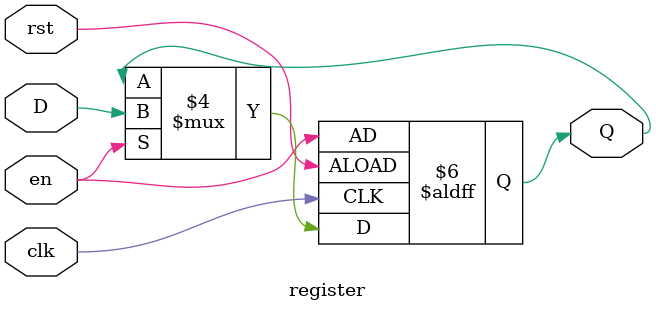
<source format=sv>
`timescale 1ns / 1ps


module register #( parameter N =1)
(
input clk , rst , en ,
input [N -1:0] D ,
output reg [N -1:0] Q
) ;
    always @ ( posedge clk , posedge rst )
    begin
        if ( rst ==1)
            Q <= en ;
        else if ( en ==1)
            Q <= D ;
    end
endmodule

</source>
